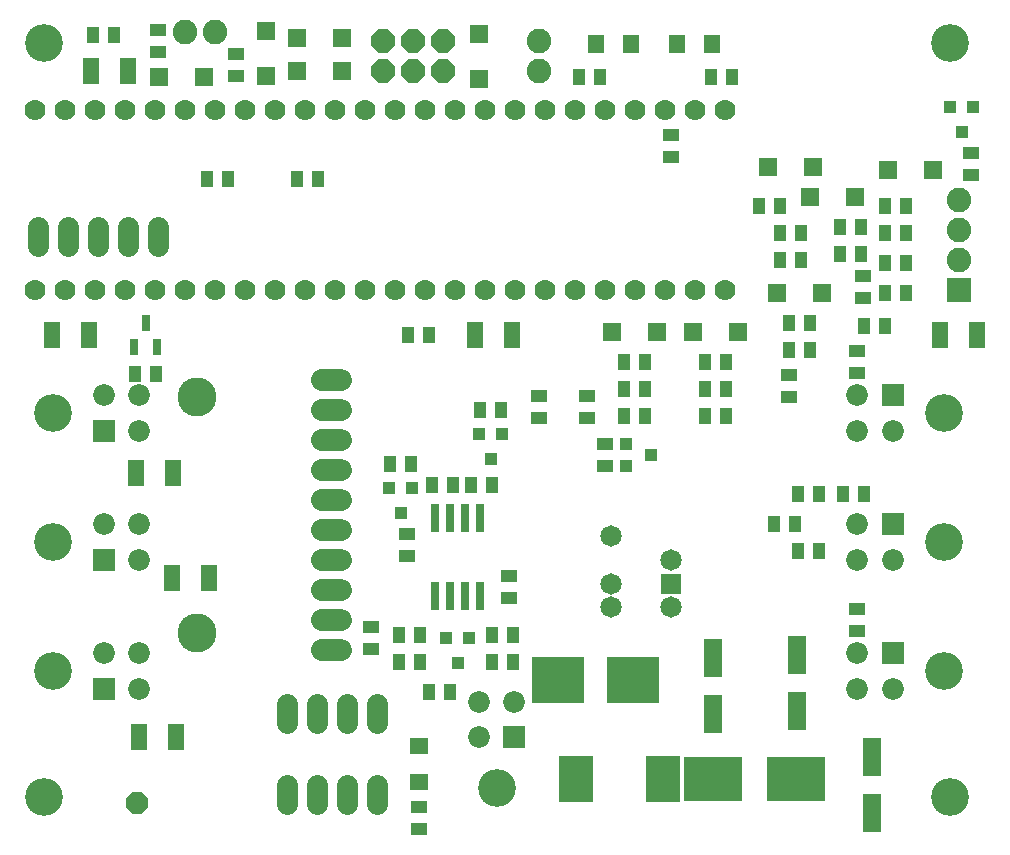
<source format=gts>
G75*
%MOIN*%
%OFA0B0*%
%FSLAX25Y25*%
%IPPOS*%
%LPD*%
%AMOC8*
5,1,8,0,0,1.08239X$1,22.5*
%
%ADD10C,0.12612*%
%ADD11R,0.05524X0.08674*%
%ADD12R,0.03950X0.05524*%
%ADD13R,0.03950X0.04343*%
%ADD14R,0.06312X0.05524*%
%ADD15R,0.17500X0.15800*%
%ADD16R,0.03162X0.09461*%
%ADD17R,0.07216X0.07216*%
%ADD18C,0.07216*%
%ADD19C,0.12611*%
%ADD20R,0.05524X0.03950*%
%ADD21C,0.07000*%
%ADD22R,0.05524X0.06312*%
%ADD23R,0.04343X0.03950*%
%ADD24R,0.06312X0.06312*%
%ADD25OC8,0.08000*%
%ADD26C,0.07137*%
%ADD27C,0.07200*%
%ADD28C,0.13005*%
%ADD29C,0.08200*%
%ADD30R,0.06312X0.12611*%
%ADD31R,0.11824X0.15761*%
%ADD32R,0.19811X0.14580*%
%ADD33C,0.07137*%
%ADD34R,0.07137X0.07137*%
%ADD35R,0.03000X0.05800*%
%ADD36R,0.08200X0.08200*%
%ADD37OC8,0.07400*%
D10*
X0028000Y0037000D03*
X0028000Y0288465D03*
X0330000Y0288465D03*
X0330000Y0037000D03*
D11*
X0326701Y0191000D03*
X0339299Y0191000D03*
X0184299Y0191000D03*
X0171701Y0191000D03*
X0083299Y0110000D03*
X0070701Y0110000D03*
X0071299Y0145000D03*
X0058701Y0145000D03*
X0043299Y0191000D03*
X0030701Y0191000D03*
X0043701Y0279000D03*
X0056299Y0279000D03*
X0059701Y0057000D03*
X0072299Y0057000D03*
D12*
X0146457Y0082000D03*
X0153543Y0082000D03*
X0153543Y0091000D03*
X0146457Y0091000D03*
X0156457Y0072000D03*
X0163543Y0072000D03*
X0177457Y0082000D03*
X0184543Y0082000D03*
X0184543Y0091000D03*
X0177457Y0091000D03*
X0177543Y0141000D03*
X0170457Y0141000D03*
X0164543Y0141000D03*
X0157457Y0141000D03*
X0150543Y0148000D03*
X0143457Y0148000D03*
X0173457Y0166000D03*
X0180543Y0166000D03*
X0156543Y0191000D03*
X0149457Y0191000D03*
X0119543Y0243000D03*
X0112457Y0243000D03*
X0089543Y0243000D03*
X0082457Y0243000D03*
X0051543Y0291000D03*
X0044457Y0291000D03*
X0058457Y0178000D03*
X0065543Y0178000D03*
X0206457Y0277000D03*
X0213543Y0277000D03*
X0250457Y0277000D03*
X0257543Y0277000D03*
X0266457Y0234000D03*
X0273543Y0234000D03*
X0273457Y0225000D03*
X0280543Y0225000D03*
X0280543Y0216000D03*
X0273457Y0216000D03*
X0293457Y0218000D03*
X0300543Y0218000D03*
X0308457Y0215000D03*
X0315543Y0215000D03*
X0315543Y0205000D03*
X0308457Y0205000D03*
X0308543Y0194000D03*
X0301457Y0194000D03*
X0283543Y0195000D03*
X0276457Y0195000D03*
X0276457Y0186000D03*
X0283543Y0186000D03*
X0255543Y0182000D03*
X0248457Y0182000D03*
X0248457Y0173000D03*
X0255543Y0173000D03*
X0255543Y0164000D03*
X0248457Y0164000D03*
X0228543Y0164000D03*
X0221457Y0164000D03*
X0221457Y0173000D03*
X0228543Y0173000D03*
X0228543Y0182000D03*
X0221457Y0182000D03*
X0279457Y0138000D03*
X0286543Y0138000D03*
X0294457Y0138000D03*
X0301543Y0138000D03*
X0286543Y0119000D03*
X0279457Y0119000D03*
X0278543Y0128000D03*
X0271457Y0128000D03*
X0293457Y0227000D03*
X0300543Y0227000D03*
X0308457Y0225000D03*
X0315543Y0225000D03*
X0315543Y0234000D03*
X0308457Y0234000D03*
D13*
X0334000Y0258669D03*
X0330260Y0266937D03*
X0337740Y0266937D03*
X0180740Y0157937D03*
X0173260Y0157937D03*
X0177000Y0149669D03*
X0150740Y0139937D03*
X0143260Y0139937D03*
X0147000Y0131669D03*
X0162260Y0089937D03*
X0169740Y0089937D03*
X0166000Y0081669D03*
D14*
X0153000Y0053906D03*
X0153000Y0042094D03*
D15*
X0199400Y0076000D03*
X0224500Y0076000D03*
D16*
X0173500Y0103890D03*
X0168500Y0103890D03*
X0163500Y0103890D03*
X0158500Y0103890D03*
X0158500Y0130110D03*
X0163500Y0130110D03*
X0168500Y0130110D03*
X0173500Y0130110D03*
D17*
X0184906Y0057008D03*
X0310992Y0084906D03*
X0310992Y0127906D03*
X0310992Y0170906D03*
X0048008Y0159094D03*
X0048008Y0116094D03*
X0048008Y0073094D03*
D18*
X0059819Y0073094D03*
X0059819Y0084906D03*
X0048008Y0084906D03*
X0059819Y0116094D03*
X0059819Y0127906D03*
X0048008Y0127906D03*
X0059819Y0159094D03*
X0059819Y0170906D03*
X0048008Y0170906D03*
X0173094Y0068819D03*
X0173094Y0057008D03*
X0184906Y0068819D03*
X0299181Y0073094D03*
X0310992Y0073094D03*
X0299181Y0084906D03*
X0299181Y0116094D03*
X0310992Y0116094D03*
X0299181Y0127906D03*
X0299181Y0159094D03*
X0310992Y0159094D03*
X0299181Y0170906D03*
D19*
X0328000Y0165000D03*
X0328000Y0122000D03*
X0328000Y0079000D03*
X0179000Y0040000D03*
X0031000Y0079000D03*
X0031000Y0122000D03*
X0031000Y0165000D03*
D20*
X0137000Y0093543D03*
X0137000Y0086457D03*
X0149000Y0117457D03*
X0149000Y0124543D03*
X0183000Y0110543D03*
X0183000Y0103457D03*
X0215000Y0147457D03*
X0215000Y0154543D03*
X0209000Y0163457D03*
X0209000Y0170543D03*
X0193000Y0170543D03*
X0193000Y0163457D03*
X0276500Y0170457D03*
X0276500Y0177543D03*
X0299000Y0178457D03*
X0299000Y0185543D03*
X0301000Y0203457D03*
X0301000Y0210543D03*
X0337000Y0244457D03*
X0337000Y0251543D03*
X0237000Y0250457D03*
X0237000Y0257543D03*
X0092000Y0277457D03*
X0092000Y0284543D03*
X0066000Y0285457D03*
X0066000Y0292543D03*
X0299000Y0099543D03*
X0299000Y0092457D03*
X0153000Y0033543D03*
X0153000Y0026457D03*
D21*
X0155000Y0206000D03*
X0145000Y0206000D03*
X0135000Y0206000D03*
X0125000Y0206000D03*
X0115000Y0206000D03*
X0105000Y0206000D03*
X0095000Y0206000D03*
X0085000Y0206000D03*
X0075000Y0206000D03*
X0065000Y0206000D03*
X0055000Y0206000D03*
X0045000Y0206000D03*
X0035000Y0206000D03*
X0025000Y0206000D03*
X0025000Y0266000D03*
X0035000Y0266000D03*
X0045000Y0266000D03*
X0055000Y0266000D03*
X0065000Y0266000D03*
X0075000Y0266000D03*
X0085000Y0266000D03*
X0095000Y0266000D03*
X0105000Y0266000D03*
X0115000Y0266000D03*
X0125000Y0266000D03*
X0135000Y0266000D03*
X0145000Y0266000D03*
X0155000Y0266000D03*
X0165000Y0266000D03*
X0175000Y0266000D03*
X0185000Y0266000D03*
X0195000Y0266000D03*
X0205000Y0266000D03*
X0215000Y0266000D03*
X0225000Y0266000D03*
X0235000Y0266000D03*
X0245000Y0266000D03*
X0255000Y0266000D03*
X0255000Y0206000D03*
X0245000Y0206000D03*
X0235000Y0206000D03*
X0225000Y0206000D03*
X0215000Y0206000D03*
X0205000Y0206000D03*
X0195000Y0206000D03*
X0185000Y0206000D03*
X0175000Y0206000D03*
X0165000Y0206000D03*
D22*
X0212094Y0288000D03*
X0223906Y0288000D03*
X0239094Y0288000D03*
X0250906Y0288000D03*
D23*
X0222063Y0154740D03*
X0222063Y0147260D03*
X0230331Y0151000D03*
D24*
X0232480Y0192000D03*
X0244520Y0192000D03*
X0259480Y0192000D03*
X0272520Y0205000D03*
X0287480Y0205000D03*
X0283520Y0237000D03*
X0284480Y0247000D03*
X0269520Y0247000D03*
X0298480Y0237000D03*
X0309520Y0246000D03*
X0324480Y0246000D03*
X0217520Y0192000D03*
X0173000Y0276520D03*
X0173000Y0291480D03*
X0127480Y0290000D03*
X0127480Y0279000D03*
X0112520Y0279000D03*
X0102000Y0277520D03*
X0112520Y0290000D03*
X0102000Y0292480D03*
X0081480Y0277000D03*
X0066520Y0277000D03*
D25*
X0141000Y0279000D03*
X0151000Y0279000D03*
X0151000Y0289000D03*
X0141000Y0289000D03*
X0161000Y0289000D03*
X0161000Y0279000D03*
D26*
X0066000Y0227169D02*
X0066000Y0220831D01*
X0056000Y0220831D02*
X0056000Y0227169D01*
X0046000Y0227169D02*
X0046000Y0220831D01*
X0036000Y0220831D02*
X0036000Y0227169D01*
X0026000Y0227169D02*
X0026000Y0220831D01*
X0109000Y0068169D02*
X0109000Y0061831D01*
X0119000Y0061831D02*
X0119000Y0068169D01*
X0129000Y0068169D02*
X0129000Y0061831D01*
X0139000Y0061831D02*
X0139000Y0068169D01*
X0139000Y0041169D02*
X0139000Y0034831D01*
X0129000Y0034831D02*
X0129000Y0041169D01*
X0119000Y0041169D02*
X0119000Y0034831D01*
X0109000Y0034831D02*
X0109000Y0041169D01*
D27*
X0120800Y0086000D02*
X0127200Y0086000D01*
X0127200Y0096000D02*
X0120800Y0096000D01*
X0120800Y0106000D02*
X0127200Y0106000D01*
X0127200Y0116000D02*
X0120800Y0116000D01*
X0120800Y0126000D02*
X0127200Y0126000D01*
X0127200Y0136000D02*
X0120800Y0136000D01*
X0120800Y0146000D02*
X0127200Y0146000D01*
X0127200Y0156000D02*
X0120800Y0156000D01*
X0120800Y0166000D02*
X0127200Y0166000D01*
X0127200Y0176000D02*
X0120800Y0176000D01*
D28*
X0079000Y0170488D03*
X0079000Y0091748D03*
D29*
X0193000Y0279000D03*
X0193000Y0289000D03*
X0085000Y0292000D03*
X0075000Y0292000D03*
X0333000Y0236000D03*
X0333000Y0226000D03*
X0333000Y0216000D03*
D30*
X0279000Y0084449D03*
X0279000Y0065551D03*
X0251000Y0064551D03*
X0251000Y0083449D03*
X0304000Y0050449D03*
X0304000Y0031551D03*
D31*
X0234567Y0043000D03*
X0205433Y0043000D03*
D32*
X0251173Y0043000D03*
X0278827Y0043000D03*
D33*
X0236996Y0100276D03*
X0236996Y0116024D03*
X0217035Y0123898D03*
X0217035Y0108150D03*
X0217035Y0100276D03*
D34*
X0236996Y0108150D03*
D35*
X0065700Y0186900D03*
X0058300Y0186900D03*
X0062000Y0195100D03*
D36*
X0333000Y0206000D03*
D37*
X0059000Y0035000D03*
M02*

</source>
